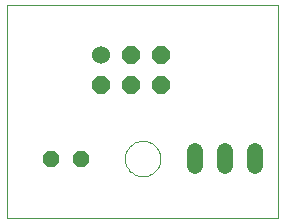
<source format=gtl>
G75*
G70*
%OFA0B0*%
%FSLAX24Y24*%
%IPPOS*%
%LPD*%
%AMOC8*
5,1,8,0,0,1.08239X$1,22.5*
%
%ADD10C,0.0000*%
%ADD11C,0.0600*%
%ADD12OC8,0.0600*%
%ADD13C,0.0520*%
%ADD14OC8,0.0520*%
D10*
X000100Y000100D02*
X000100Y007187D01*
X009155Y007187D01*
X009155Y000100D01*
X000100Y000100D01*
X004037Y002069D02*
X004039Y002117D01*
X004045Y002165D01*
X004055Y002212D01*
X004068Y002258D01*
X004086Y002303D01*
X004106Y002347D01*
X004131Y002389D01*
X004159Y002428D01*
X004189Y002465D01*
X004223Y002499D01*
X004260Y002531D01*
X004298Y002560D01*
X004339Y002585D01*
X004382Y002607D01*
X004427Y002625D01*
X004473Y002639D01*
X004520Y002650D01*
X004568Y002657D01*
X004616Y002660D01*
X004664Y002659D01*
X004712Y002654D01*
X004760Y002645D01*
X004806Y002633D01*
X004851Y002616D01*
X004895Y002596D01*
X004937Y002573D01*
X004977Y002546D01*
X005015Y002516D01*
X005050Y002483D01*
X005082Y002447D01*
X005112Y002409D01*
X005138Y002368D01*
X005160Y002325D01*
X005180Y002281D01*
X005195Y002236D01*
X005207Y002189D01*
X005215Y002141D01*
X005219Y002093D01*
X005219Y002045D01*
X005215Y001997D01*
X005207Y001949D01*
X005195Y001902D01*
X005180Y001857D01*
X005160Y001813D01*
X005138Y001770D01*
X005112Y001729D01*
X005082Y001691D01*
X005050Y001655D01*
X005015Y001622D01*
X004977Y001592D01*
X004937Y001565D01*
X004895Y001542D01*
X004851Y001522D01*
X004806Y001505D01*
X004760Y001493D01*
X004712Y001484D01*
X004664Y001479D01*
X004616Y001478D01*
X004568Y001481D01*
X004520Y001488D01*
X004473Y001499D01*
X004427Y001513D01*
X004382Y001531D01*
X004339Y001553D01*
X004298Y001578D01*
X004260Y001607D01*
X004223Y001639D01*
X004189Y001673D01*
X004159Y001710D01*
X004131Y001749D01*
X004106Y001791D01*
X004086Y001835D01*
X004068Y001880D01*
X004055Y001926D01*
X004045Y001973D01*
X004039Y002021D01*
X004037Y002069D01*
D11*
X003234Y005521D03*
D12*
X004234Y005521D03*
X005234Y005521D03*
X005234Y004521D03*
X004234Y004521D03*
X003234Y004521D03*
D13*
X006383Y002329D02*
X006383Y001809D01*
X007383Y001809D02*
X007383Y002329D01*
X008383Y002329D02*
X008383Y001809D01*
D14*
X002569Y002069D03*
X001569Y002069D03*
M02*

</source>
